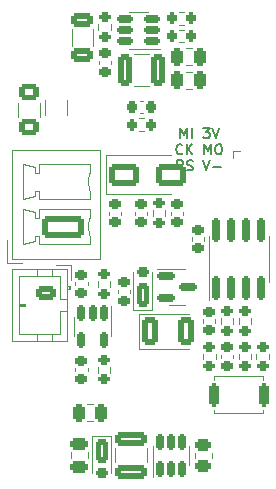
<source format=gbr>
%TF.GenerationSoftware,KiCad,Pcbnew,8.0.1*%
%TF.CreationDate,2024-06-22T11:42:11+02:00*%
%TF.ProjectId,night_light,6e696768-745f-46c6-9967-68742e6b6963,rev?*%
%TF.SameCoordinates,Original*%
%TF.FileFunction,Legend,Top*%
%TF.FilePolarity,Positive*%
%FSLAX46Y46*%
G04 Gerber Fmt 4.6, Leading zero omitted, Abs format (unit mm)*
G04 Created by KiCad (PCBNEW 8.0.1) date 2024-06-22 11:42:11*
%MOMM*%
%LPD*%
G01*
G04 APERTURE LIST*
G04 Aperture macros list*
%AMRoundRect*
0 Rectangle with rounded corners*
0 $1 Rounding radius*
0 $2 $3 $4 $5 $6 $7 $8 $9 X,Y pos of 4 corners*
0 Add a 4 corners polygon primitive as box body*
4,1,4,$2,$3,$4,$5,$6,$7,$8,$9,$2,$3,0*
0 Add four circle primitives for the rounded corners*
1,1,$1+$1,$2,$3*
1,1,$1+$1,$4,$5*
1,1,$1+$1,$6,$7*
1,1,$1+$1,$8,$9*
0 Add four rect primitives between the rounded corners*
20,1,$1+$1,$2,$3,$4,$5,0*
20,1,$1+$1,$4,$5,$6,$7,0*
20,1,$1+$1,$6,$7,$8,$9,0*
20,1,$1+$1,$8,$9,$2,$3,0*%
G04 Aperture macros list end*
%ADD10C,0.150000*%
%ADD11C,0.120000*%
%ADD12RoundRect,0.250000X0.250000X0.475000X-0.250000X0.475000X-0.250000X-0.475000X0.250000X-0.475000X0*%
%ADD13RoundRect,0.200000X-0.275000X0.200000X-0.275000X-0.200000X0.275000X-0.200000X0.275000X0.200000X0*%
%ADD14RoundRect,0.250000X-1.075000X0.375000X-1.075000X-0.375000X1.075000X-0.375000X1.075000X0.375000X0*%
%ADD15RoundRect,0.225000X-0.250000X0.225000X-0.250000X-0.225000X0.250000X-0.225000X0.250000X0.225000X0*%
%ADD16RoundRect,0.200000X-0.200000X-0.275000X0.200000X-0.275000X0.200000X0.275000X-0.200000X0.275000X0*%
%ADD17RoundRect,0.250000X0.300000X-0.750000X0.300000X0.750000X-0.300000X0.750000X-0.300000X-0.750000X0*%
%ADD18RoundRect,0.200000X0.350000X-0.200000X0.350000X0.200000X-0.350000X0.200000X-0.350000X-0.200000X0*%
%ADD19RoundRect,0.250000X-0.300000X0.750000X-0.300000X-0.750000X0.300000X-0.750000X0.300000X0.750000X0*%
%ADD20RoundRect,0.200000X-0.350000X0.200000X-0.350000X-0.200000X0.350000X-0.200000X0.350000X0.200000X0*%
%ADD21RoundRect,0.250000X-0.450000X0.262500X-0.450000X-0.262500X0.450000X-0.262500X0.450000X0.262500X0*%
%ADD22RoundRect,0.200000X0.275000X-0.200000X0.275000X0.200000X-0.275000X0.200000X-0.275000X-0.200000X0*%
%ADD23RoundRect,0.250000X-1.000000X-0.650000X1.000000X-0.650000X1.000000X0.650000X-1.000000X0.650000X0*%
%ADD24RoundRect,0.200000X0.200000X0.275000X-0.200000X0.275000X-0.200000X-0.275000X0.200000X-0.275000X0*%
%ADD25RoundRect,0.250000X1.550000X-0.650000X1.550000X0.650000X-1.550000X0.650000X-1.550000X-0.650000X0*%
%ADD26O,3.600000X1.800000*%
%ADD27RoundRect,0.150000X-0.587500X-0.150000X0.587500X-0.150000X0.587500X0.150000X-0.587500X0.150000X0*%
%ADD28RoundRect,0.225000X0.225000X0.250000X-0.225000X0.250000X-0.225000X-0.250000X0.225000X-0.250000X0*%
%ADD29C,2.100000*%
%ADD30RoundRect,0.250000X-0.375000X-1.075000X0.375000X-1.075000X0.375000X1.075000X-0.375000X1.075000X0*%
%ADD31RoundRect,0.250000X-0.650000X0.325000X-0.650000X-0.325000X0.650000X-0.325000X0.650000X0.325000X0*%
%ADD32RoundRect,0.250000X-0.625000X0.350000X-0.625000X-0.350000X0.625000X-0.350000X0.625000X0.350000X0*%
%ADD33O,1.750000X1.200000*%
%ADD34RoundRect,0.250000X-0.475000X0.250000X-0.475000X-0.250000X0.475000X-0.250000X0.475000X0.250000X0*%
%ADD35RoundRect,0.150000X0.150000X-0.825000X0.150000X0.825000X-0.150000X0.825000X-0.150000X-0.825000X0*%
%ADD36C,0.990600*%
%ADD37R,1.000000X1.000000*%
%ADD38O,1.000000X1.000000*%
%ADD39RoundRect,0.225000X0.250000X-0.225000X0.250000X0.225000X-0.250000X0.225000X-0.250000X-0.225000X0*%
%ADD40RoundRect,0.150000X-0.150000X0.512500X-0.150000X-0.512500X0.150000X-0.512500X0.150000X0.512500X0*%
%ADD41RoundRect,0.150000X0.150000X-0.512500X0.150000X0.512500X-0.150000X0.512500X-0.150000X-0.512500X0*%
%ADD42RoundRect,0.200000X-0.200000X-0.800000X0.200000X-0.800000X0.200000X0.800000X-0.200000X0.800000X0*%
%ADD43C,1.600000*%
%ADD44RoundRect,0.250001X0.624999X-0.462499X0.624999X0.462499X-0.624999X0.462499X-0.624999X-0.462499X0*%
%ADD45RoundRect,0.250000X-0.412500X-0.925000X0.412500X-0.925000X0.412500X0.925000X-0.412500X0.925000X0*%
%ADD46RoundRect,0.150000X0.512500X0.150000X-0.512500X0.150000X-0.512500X-0.150000X0.512500X-0.150000X0*%
%ADD47C,1.000000*%
%ADD48R,1.800000X1.800000*%
%ADD49C,1.800000*%
%ADD50O,1.600000X1.200000*%
%ADD51O,1.200000X1.200000*%
G04 APERTURE END LIST*
D10*
X124296428Y-110891975D02*
X124296428Y-110041975D01*
X124296428Y-110041975D02*
X124579762Y-110649118D01*
X124579762Y-110649118D02*
X124863095Y-110041975D01*
X124863095Y-110041975D02*
X124863095Y-110891975D01*
X125267857Y-110891975D02*
X125267857Y-110041975D01*
X126239286Y-110041975D02*
X126765477Y-110041975D01*
X126765477Y-110041975D02*
X126482143Y-110365784D01*
X126482143Y-110365784D02*
X126603572Y-110365784D01*
X126603572Y-110365784D02*
X126684524Y-110406260D01*
X126684524Y-110406260D02*
X126725000Y-110446737D01*
X126725000Y-110446737D02*
X126765477Y-110527689D01*
X126765477Y-110527689D02*
X126765477Y-110730070D01*
X126765477Y-110730070D02*
X126725000Y-110811022D01*
X126725000Y-110811022D02*
X126684524Y-110851499D01*
X126684524Y-110851499D02*
X126603572Y-110891975D01*
X126603572Y-110891975D02*
X126360715Y-110891975D01*
X126360715Y-110891975D02*
X126279762Y-110851499D01*
X126279762Y-110851499D02*
X126239286Y-110811022D01*
X127008334Y-110041975D02*
X127291667Y-110891975D01*
X127291667Y-110891975D02*
X127575001Y-110041975D01*
X124458333Y-112179474D02*
X124417857Y-112219951D01*
X124417857Y-112219951D02*
X124296428Y-112260427D01*
X124296428Y-112260427D02*
X124215476Y-112260427D01*
X124215476Y-112260427D02*
X124094047Y-112219951D01*
X124094047Y-112219951D02*
X124013095Y-112138998D01*
X124013095Y-112138998D02*
X123972618Y-112058046D01*
X123972618Y-112058046D02*
X123932142Y-111896141D01*
X123932142Y-111896141D02*
X123932142Y-111774712D01*
X123932142Y-111774712D02*
X123972618Y-111612808D01*
X123972618Y-111612808D02*
X124013095Y-111531855D01*
X124013095Y-111531855D02*
X124094047Y-111450903D01*
X124094047Y-111450903D02*
X124215476Y-111410427D01*
X124215476Y-111410427D02*
X124296428Y-111410427D01*
X124296428Y-111410427D02*
X124417857Y-111450903D01*
X124417857Y-111450903D02*
X124458333Y-111491379D01*
X124822618Y-112260427D02*
X124822618Y-111410427D01*
X125308333Y-112260427D02*
X124944047Y-111774712D01*
X125308333Y-111410427D02*
X124822618Y-111896141D01*
X126320237Y-112260427D02*
X126320237Y-111410427D01*
X126320237Y-111410427D02*
X126603571Y-112017570D01*
X126603571Y-112017570D02*
X126886904Y-111410427D01*
X126886904Y-111410427D02*
X126886904Y-112260427D01*
X127453571Y-111410427D02*
X127615476Y-111410427D01*
X127615476Y-111410427D02*
X127696428Y-111450903D01*
X127696428Y-111450903D02*
X127777381Y-111531855D01*
X127777381Y-111531855D02*
X127817857Y-111693760D01*
X127817857Y-111693760D02*
X127817857Y-111977093D01*
X127817857Y-111977093D02*
X127777381Y-112138998D01*
X127777381Y-112138998D02*
X127696428Y-112219951D01*
X127696428Y-112219951D02*
X127615476Y-112260427D01*
X127615476Y-112260427D02*
X127453571Y-112260427D01*
X127453571Y-112260427D02*
X127372619Y-112219951D01*
X127372619Y-112219951D02*
X127291666Y-112138998D01*
X127291666Y-112138998D02*
X127251190Y-111977093D01*
X127251190Y-111977093D02*
X127251190Y-111693760D01*
X127251190Y-111693760D02*
X127291666Y-111531855D01*
X127291666Y-111531855D02*
X127372619Y-111450903D01*
X127372619Y-111450903D02*
X127453571Y-111410427D01*
X124519048Y-113628879D02*
X124235714Y-113224117D01*
X124033333Y-113628879D02*
X124033333Y-112778879D01*
X124033333Y-112778879D02*
X124357143Y-112778879D01*
X124357143Y-112778879D02*
X124438095Y-112819355D01*
X124438095Y-112819355D02*
X124478572Y-112859831D01*
X124478572Y-112859831D02*
X124519048Y-112940783D01*
X124519048Y-112940783D02*
X124519048Y-113062212D01*
X124519048Y-113062212D02*
X124478572Y-113143164D01*
X124478572Y-113143164D02*
X124438095Y-113183641D01*
X124438095Y-113183641D02*
X124357143Y-113224117D01*
X124357143Y-113224117D02*
X124033333Y-113224117D01*
X124842857Y-113588403D02*
X124964286Y-113628879D01*
X124964286Y-113628879D02*
X125166667Y-113628879D01*
X125166667Y-113628879D02*
X125247619Y-113588403D01*
X125247619Y-113588403D02*
X125288095Y-113547926D01*
X125288095Y-113547926D02*
X125328572Y-113466974D01*
X125328572Y-113466974D02*
X125328572Y-113386022D01*
X125328572Y-113386022D02*
X125288095Y-113305069D01*
X125288095Y-113305069D02*
X125247619Y-113264593D01*
X125247619Y-113264593D02*
X125166667Y-113224117D01*
X125166667Y-113224117D02*
X125004762Y-113183641D01*
X125004762Y-113183641D02*
X124923810Y-113143164D01*
X124923810Y-113143164D02*
X124883333Y-113102688D01*
X124883333Y-113102688D02*
X124842857Y-113021736D01*
X124842857Y-113021736D02*
X124842857Y-112940783D01*
X124842857Y-112940783D02*
X124883333Y-112859831D01*
X124883333Y-112859831D02*
X124923810Y-112819355D01*
X124923810Y-112819355D02*
X125004762Y-112778879D01*
X125004762Y-112778879D02*
X125207143Y-112778879D01*
X125207143Y-112778879D02*
X125328572Y-112819355D01*
X126219048Y-112778879D02*
X126502381Y-113628879D01*
X126502381Y-113628879D02*
X126785715Y-112778879D01*
X127069047Y-113305069D02*
X127716667Y-113305069D01*
D11*
%TO.C,C3*%
X125261252Y-104735000D02*
X124738748Y-104735000D01*
X125261252Y-103265000D02*
X124738748Y-103265000D01*
%TO.C,R1*%
X118397500Y-101262742D02*
X118397500Y-101737258D01*
X117352500Y-101262742D02*
X117352500Y-101737258D01*
%TO.C,L2*%
X121485000Y-137147936D02*
X121485000Y-138352064D01*
X118765000Y-137147936D02*
X118765000Y-138352064D01*
%TO.C,C13*%
X124510000Y-117109420D02*
X124510000Y-117390580D01*
X123490000Y-117109420D02*
X123490000Y-117390580D01*
%TO.C,C5*%
X116886252Y-134860000D02*
X116363748Y-134860000D01*
X116886252Y-133390000D02*
X116363748Y-133390000D01*
%TO.C,C7*%
X116435000Y-130359420D02*
X116435000Y-130640580D01*
X115415000Y-130359420D02*
X115415000Y-130640580D01*
%TO.C,R10*%
X131772500Y-129137742D02*
X131772500Y-129612258D01*
X130727500Y-129137742D02*
X130727500Y-129612258D01*
%TO.C,R3*%
X124137742Y-100227500D02*
X124612258Y-100227500D01*
X124137742Y-101272500D02*
X124612258Y-101272500D01*
%TO.C,D3*%
X118425000Y-136090000D02*
X118425000Y-139250000D01*
X116825000Y-136090000D02*
X118425000Y-136090000D01*
X116825000Y-139250000D02*
X116825000Y-136090000D01*
%TO.C,D5*%
X120325000Y-125410000D02*
X120325000Y-122250000D01*
X121925000Y-125410000D02*
X120325000Y-125410000D01*
X121925000Y-122250000D02*
X121925000Y-125410000D01*
%TO.C,R4*%
X126985000Y-137522936D02*
X126985000Y-137977064D01*
X125515000Y-137522936D02*
X125515000Y-137977064D01*
%TO.C,R9*%
X129227500Y-129612258D02*
X129227500Y-129137742D01*
X130272500Y-129612258D02*
X130272500Y-129137742D01*
%TO.C,D1*%
X117990000Y-112350000D02*
X117990000Y-115650000D01*
X117990000Y-112350000D02*
X123500000Y-112350000D01*
X117990000Y-115650000D02*
X123500000Y-115650000D01*
%TO.C,C12*%
X125261252Y-106735000D02*
X124738748Y-106735000D01*
X125261252Y-105265000D02*
X124738748Y-105265000D01*
%TO.C,C15*%
X126260000Y-119284420D02*
X126260000Y-119565580D01*
X125240000Y-119284420D02*
X125240000Y-119565580D01*
%TO.C,R14*%
X121237258Y-110272500D02*
X120762742Y-110272500D01*
X121237258Y-109227500D02*
X120762742Y-109227500D01*
%TO.C,C17*%
X128760000Y-129234420D02*
X128760000Y-129515580D01*
X127740000Y-129234420D02*
X127740000Y-129515580D01*
%TO.C,J2*%
X109642500Y-121487500D02*
X109642500Y-119487500D01*
X110892500Y-121487500D02*
X109642500Y-121487500D01*
X110032500Y-121097500D02*
X117502500Y-121097500D01*
X117502500Y-121097500D02*
X117502500Y-111867500D01*
X110992500Y-119887500D02*
X110992500Y-116887500D01*
X112342500Y-119887500D02*
X112342500Y-119137500D01*
X116642500Y-119887500D02*
X112342500Y-119887500D01*
X111992500Y-119637500D02*
X110992500Y-119887500D01*
X111992500Y-119137500D02*
X111992500Y-119637500D01*
X112342500Y-119137500D02*
X111992500Y-119137500D01*
X116642500Y-119137500D02*
X116642500Y-119887500D01*
X111992500Y-117637500D02*
X112342500Y-117637500D01*
X112342500Y-117637500D02*
X112342500Y-116887500D01*
X111992500Y-117137500D02*
X111992500Y-117637500D01*
X110992500Y-116887500D02*
X111992500Y-117137500D01*
X112342500Y-116887500D02*
X116642500Y-116887500D01*
X116642500Y-116887500D02*
X116642500Y-117637500D01*
X110992500Y-116077500D02*
X110992500Y-113077500D01*
X112342500Y-116077500D02*
X112342500Y-115327500D01*
X116642500Y-116077500D02*
X112342500Y-116077500D01*
X111992500Y-115827500D02*
X110992500Y-116077500D01*
X111992500Y-115327500D02*
X111992500Y-115827500D01*
X112342500Y-115327500D02*
X111992500Y-115327500D01*
X116642500Y-115327500D02*
X116642500Y-116077500D01*
X111992500Y-113827500D02*
X112342500Y-113827500D01*
X112342500Y-113827500D02*
X112342500Y-113077500D01*
X111992500Y-113327500D02*
X111992500Y-113827500D01*
X110992500Y-113077500D02*
X111992500Y-113327500D01*
X112342500Y-113077500D02*
X116642500Y-113077500D01*
X116642500Y-113077500D02*
X116642500Y-113827500D01*
X110032500Y-111867500D02*
X110032500Y-121097500D01*
X117502500Y-111867500D02*
X110032500Y-111867500D01*
X116642500Y-119137500D02*
G75*
G02*
X116642345Y-117637853I1700000J750000D01*
G01*
X116642500Y-115327500D02*
G75*
G02*
X116642345Y-113827853I1700000J750000D01*
G01*
%TO.C,Q1*%
X124000000Y-121940000D02*
X122325000Y-121940000D01*
X124000000Y-121940000D02*
X124650000Y-121940000D01*
X124000000Y-125060000D02*
X123350000Y-125060000D01*
X124000000Y-125060000D02*
X124650000Y-125060000D01*
%TO.C,R11*%
X123022500Y-117012742D02*
X123022500Y-117487258D01*
X121977500Y-117012742D02*
X121977500Y-117487258D01*
%TO.C,C10*%
X121140580Y-108760000D02*
X120859420Y-108760000D01*
X121140580Y-107740000D02*
X120859420Y-107740000D01*
%TO.C,L1*%
X120397936Y-103765000D02*
X121602064Y-103765000D01*
X120397936Y-106485000D02*
X121602064Y-106485000D01*
%TO.C,R5*%
X118347500Y-130262742D02*
X118347500Y-130737258D01*
X117302500Y-130262742D02*
X117302500Y-130737258D01*
%TO.C,C1*%
X116910000Y-101663748D02*
X116910000Y-103086252D01*
X115090000Y-101663748D02*
X115090000Y-103086252D01*
%TO.C,R13*%
X130272500Y-126137742D02*
X130272500Y-126612258D01*
X129227500Y-126137742D02*
X129227500Y-126612258D01*
%TO.C,R6*%
X117302500Y-123487258D02*
X117302500Y-123012742D01*
X118347500Y-123487258D02*
X118347500Y-123012742D01*
%TO.C,J3*%
X115035000Y-121640000D02*
X113785000Y-121640000D01*
X114735000Y-121940000D02*
X110015000Y-121940000D01*
X113425000Y-121940000D02*
X113425000Y-122550000D01*
X112125000Y-121940000D02*
X112125000Y-122550000D01*
X110015000Y-121940000D02*
X110015000Y-128060000D01*
X114125000Y-122550000D02*
X110625000Y-122550000D01*
X110625000Y-122550000D02*
X110625000Y-127450000D01*
X115035000Y-122890000D02*
X115035000Y-121640000D01*
X114935000Y-123400000D02*
X114735000Y-123400000D01*
X114935000Y-123700000D02*
X114935000Y-123400000D01*
X114835000Y-123700000D02*
X114835000Y-123400000D01*
X114735000Y-123700000D02*
X114935000Y-123700000D01*
X114735000Y-124500000D02*
X114125000Y-124500000D01*
X114125000Y-124500000D02*
X114125000Y-122550000D01*
X111125000Y-124900000D02*
X111125000Y-125100000D01*
X110625000Y-124900000D02*
X111125000Y-124900000D01*
X110625000Y-125000000D02*
X111125000Y-125000000D01*
X111125000Y-125100000D02*
X110625000Y-125100000D01*
X114125000Y-125500000D02*
X114735000Y-125500000D01*
X114125000Y-127450000D02*
X114125000Y-125500000D01*
X110625000Y-127450000D02*
X114125000Y-127450000D01*
X114735000Y-128060000D02*
X114735000Y-121940000D01*
X113425000Y-128060000D02*
X113425000Y-127450000D01*
X112125000Y-128060000D02*
X112125000Y-127450000D01*
X110015000Y-128060000D02*
X114735000Y-128060000D01*
%TO.C,R8*%
X127727500Y-126612258D02*
X127727500Y-126137742D01*
X128772500Y-126612258D02*
X128772500Y-126137742D01*
%TO.C,C6*%
X116485000Y-137488748D02*
X116485000Y-138011252D01*
X115015000Y-137488748D02*
X115015000Y-138011252D01*
%TO.C,U5*%
X126690000Y-121125000D02*
X126690000Y-124575000D01*
X126690000Y-121125000D02*
X126690000Y-119175000D01*
X131810000Y-121125000D02*
X131810000Y-123075000D01*
X131810000Y-121125000D02*
X131810000Y-119175000D01*
%TO.C,J4*%
X128730000Y-111970000D02*
X129365000Y-111970000D01*
X128730000Y-112605000D02*
X128730000Y-111970000D01*
%TO.C,C9*%
X118990000Y-124015580D02*
X118990000Y-123734420D01*
X120010000Y-124015580D02*
X120010000Y-123734420D01*
%TO.C,C8*%
X115415000Y-123365580D02*
X115415000Y-123084420D01*
X116435000Y-123365580D02*
X116435000Y-123084420D01*
%TO.C,C4*%
X119260000Y-117109420D02*
X119260000Y-117390580D01*
X118240000Y-117109420D02*
X118240000Y-117390580D01*
%TO.C,C14*%
X120490000Y-117390580D02*
X120490000Y-117109420D01*
X121510000Y-117390580D02*
X121510000Y-117109420D01*
%TO.C,U3*%
X118435000Y-126875000D02*
X118435000Y-125075000D01*
X118435000Y-126875000D02*
X118435000Y-127675000D01*
X115315000Y-126875000D02*
X115315000Y-126075000D01*
X115315000Y-126875000D02*
X115315000Y-127675000D01*
%TO.C,U2*%
X121940000Y-137750000D02*
X121940000Y-139550000D01*
X121940000Y-137750000D02*
X121940000Y-136950000D01*
X125060000Y-137750000D02*
X125060000Y-138550000D01*
X125060000Y-137750000D02*
X125060000Y-136950000D01*
%TO.C,R2*%
X124612258Y-102772500D02*
X124137742Y-102772500D01*
X124612258Y-101727500D02*
X124137742Y-101727500D01*
%TO.C,C16*%
X126240000Y-126515580D02*
X126240000Y-126234420D01*
X127260000Y-126515580D02*
X127260000Y-126234420D01*
%TO.C,SW1*%
X127180000Y-131055000D02*
X131320000Y-131055000D01*
X127180000Y-131355000D02*
X127180000Y-131055000D01*
X127180000Y-134195000D02*
X127180000Y-133895000D01*
X131320000Y-131055000D02*
X131320000Y-131355000D01*
X131320000Y-133895000D02*
X131320000Y-134195000D01*
X131320000Y-134195000D02*
X127180000Y-134195000D01*
%TO.C,C11*%
X114670000Y-107633500D02*
X114670000Y-108891500D01*
X112830000Y-107633500D02*
X112830000Y-108891500D01*
%TO.C,F1*%
X110590000Y-109102064D02*
X110590000Y-107897936D01*
X112410000Y-109102064D02*
X112410000Y-107897936D01*
%TO.C,C18*%
X120790000Y-125740000D02*
X120790000Y-128760000D01*
X120790000Y-128760000D02*
X125000000Y-128760000D01*
X125000000Y-125740000D02*
X120790000Y-125740000D01*
%TO.C,R7*%
X126227500Y-129612258D02*
X126227500Y-129137742D01*
X127272500Y-129612258D02*
X127272500Y-129137742D01*
%TO.C,C2*%
X117365000Y-104640580D02*
X117365000Y-104359420D01*
X118385000Y-104640580D02*
X118385000Y-104359420D01*
%TO.C,U1*%
X120750000Y-103310000D02*
X122550000Y-103310000D01*
X120750000Y-103310000D02*
X119950000Y-103310000D01*
X120750000Y-100190000D02*
X121550000Y-100190000D01*
X120750000Y-100190000D02*
X119950000Y-100190000D01*
%TD*%
%LPC*%
D12*
%TO.C,C3*%
X125950000Y-104000000D03*
X124050000Y-104000000D03*
%TD*%
D13*
%TO.C,R1*%
X117875000Y-100675000D03*
X117875000Y-102325000D03*
%TD*%
D14*
%TO.C,L2*%
X120125000Y-136350000D03*
X120125000Y-139150000D03*
%TD*%
D15*
%TO.C,C13*%
X124000000Y-116475000D03*
X124000000Y-118025000D03*
%TD*%
D12*
%TO.C,C5*%
X117575000Y-134125000D03*
X115675000Y-134125000D03*
%TD*%
D15*
%TO.C,C7*%
X115925000Y-129725000D03*
X115925000Y-131275000D03*
%TD*%
D13*
%TO.C,R10*%
X131250000Y-128550000D03*
X131250000Y-130200000D03*
%TD*%
D16*
%TO.C,R3*%
X123550000Y-100750000D03*
X125200000Y-100750000D03*
%TD*%
D17*
%TO.C,D3*%
X117625000Y-137350000D03*
D18*
X117625000Y-139250000D03*
%TD*%
D19*
%TO.C,D5*%
X121125000Y-124150000D03*
D20*
X121125000Y-122250000D03*
%TD*%
D21*
%TO.C,R4*%
X126250000Y-136837500D03*
X126250000Y-138662500D03*
%TD*%
D22*
%TO.C,R9*%
X129750000Y-130200000D03*
X129750000Y-128550000D03*
%TD*%
D23*
%TO.C,D1*%
X119500000Y-114000000D03*
X123500000Y-114000000D03*
%TD*%
D12*
%TO.C,C12*%
X125950000Y-106000000D03*
X124050000Y-106000000D03*
%TD*%
D15*
%TO.C,C15*%
X125750000Y-118650000D03*
X125750000Y-120200000D03*
%TD*%
D24*
%TO.C,R14*%
X121825000Y-109750000D03*
X120175000Y-109750000D03*
%TD*%
D15*
%TO.C,C17*%
X128250000Y-128600000D03*
X128250000Y-130150000D03*
%TD*%
D25*
%TO.C,J2*%
X114392500Y-118387500D03*
D26*
X114392500Y-114577500D03*
%TD*%
D27*
%TO.C,Q1*%
X123062500Y-122550000D03*
X123062500Y-124450000D03*
X124937500Y-123500000D03*
%TD*%
D13*
%TO.C,R11*%
X122500000Y-116425000D03*
X122500000Y-118075000D03*
%TD*%
D28*
%TO.C,C10*%
X121775000Y-108250000D03*
X120225000Y-108250000D03*
%TD*%
D29*
%TO.C,H2*%
X129125000Y-108000000D03*
%TD*%
D30*
%TO.C,L1*%
X119600000Y-105125000D03*
X122400000Y-105125000D03*
%TD*%
D13*
%TO.C,R5*%
X117825000Y-129675000D03*
X117825000Y-131325000D03*
%TD*%
D31*
%TO.C,C1*%
X116000000Y-100900000D03*
X116000000Y-103850000D03*
%TD*%
D29*
%TO.C,H1*%
X112875000Y-132000000D03*
%TD*%
D13*
%TO.C,R13*%
X129750000Y-125550000D03*
X129750000Y-127200000D03*
%TD*%
D22*
%TO.C,R6*%
X117825000Y-124075000D03*
X117825000Y-122425000D03*
%TD*%
D32*
%TO.C,J3*%
X112925000Y-124000000D03*
D33*
X112925000Y-126000000D03*
%TD*%
D22*
%TO.C,R8*%
X128250000Y-127200000D03*
X128250000Y-125550000D03*
%TD*%
D34*
%TO.C,C6*%
X115750000Y-136800000D03*
X115750000Y-138700000D03*
%TD*%
D35*
%TO.C,U5*%
X127345000Y-123600000D03*
X128615000Y-123600000D03*
X129885000Y-123600000D03*
X131155000Y-123600000D03*
X131155000Y-118650000D03*
X129885000Y-118650000D03*
X128615000Y-118650000D03*
X127345000Y-118650000D03*
%TD*%
D36*
%TO.C,J4*%
X130000000Y-111335000D03*
X131016000Y-116415000D03*
X128984000Y-116415000D03*
D37*
X129365000Y-112605000D03*
D38*
X130635000Y-112605000D03*
X129365000Y-113875000D03*
X130635000Y-113875000D03*
X129365000Y-115145000D03*
X130635000Y-115145000D03*
%TD*%
D39*
%TO.C,C9*%
X119500000Y-124650000D03*
X119500000Y-123100000D03*
%TD*%
%TO.C,C8*%
X115925000Y-124000000D03*
X115925000Y-122450000D03*
%TD*%
D15*
%TO.C,C4*%
X118750000Y-116475000D03*
X118750000Y-118025000D03*
%TD*%
D39*
%TO.C,C14*%
X121000000Y-118025000D03*
X121000000Y-116475000D03*
%TD*%
D40*
%TO.C,U3*%
X117825000Y-125737500D03*
X116875000Y-125737500D03*
X115925000Y-125737500D03*
X115925000Y-128012500D03*
X117825000Y-128012500D03*
%TD*%
D41*
%TO.C,U2*%
X122550000Y-138887500D03*
X123500000Y-138887500D03*
X124450000Y-138887500D03*
X124450000Y-136612500D03*
X123500000Y-136612500D03*
X122550000Y-136612500D03*
%TD*%
D24*
%TO.C,R2*%
X125200000Y-102250000D03*
X123550000Y-102250000D03*
%TD*%
D39*
%TO.C,C16*%
X126750000Y-127150000D03*
X126750000Y-125600000D03*
%TD*%
D42*
%TO.C,SW1*%
X127150000Y-132625000D03*
X131350000Y-132625000D03*
%TD*%
D43*
%TO.C,C11*%
X113750000Y-107012500D03*
X113750000Y-109512500D03*
%TD*%
D44*
%TO.C,F1*%
X111500000Y-109987500D03*
X111500000Y-107012500D03*
%TD*%
D45*
%TO.C,C18*%
X121712500Y-127250000D03*
X124787500Y-127250000D03*
%TD*%
D22*
%TO.C,R7*%
X126750000Y-130200000D03*
X126750000Y-128550000D03*
%TD*%
D39*
%TO.C,C2*%
X117875000Y-105275000D03*
X117875000Y-103725000D03*
%TD*%
D46*
%TO.C,U1*%
X121887500Y-102700000D03*
X121887500Y-101750000D03*
X121887500Y-100800000D03*
X119612500Y-100800000D03*
X119612500Y-101750000D03*
X119612500Y-102700000D03*
%TD*%
D47*
%TO.C,TP4*%
X116625000Y-135625000D03*
%TD*%
%TO.C,TP5*%
X125875000Y-135625000D03*
%TD*%
D48*
%TO.C,D6*%
X119725000Y-120000000D03*
D49*
X122265000Y-120000000D03*
%TD*%
D50*
%TO.C,J1*%
X123540000Y-109000000D03*
D51*
X121000000Y-111540000D03*
X118460000Y-109000000D03*
%TD*%
D47*
%TO.C,TP3*%
X126375000Y-102250000D03*
%TD*%
%TO.C,TP6*%
X125750000Y-124625000D03*
%TD*%
%LPD*%
M02*

</source>
